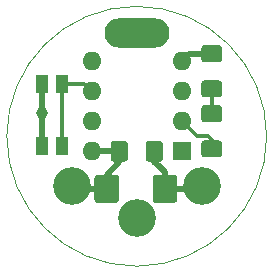
<source format=gbr>
G04 #@! TF.GenerationSoftware,KiCad,Pcbnew,(5.1.5)-3*
G04 #@! TF.CreationDate,2020-04-06T18:45:54+02:00*
G04 #@! TF.ProjectId,Capteur_Hall_I2C,43617074-6575-4725-9f48-616c6c5f4932,0.1*
G04 #@! TF.SameCoordinates,Original*
G04 #@! TF.FileFunction,Copper,L1,Top*
G04 #@! TF.FilePolarity,Positive*
%FSLAX46Y46*%
G04 Gerber Fmt 4.6, Leading zero omitted, Abs format (unit mm)*
G04 Created by KiCad (PCBNEW (5.1.5)-3) date 2020-04-06 18:45:54*
%MOMM*%
%LPD*%
G04 APERTURE LIST*
%ADD10C,0.050000*%
%ADD11O,5.500000X2.500000*%
%ADD12C,3.200000*%
%ADD13C,0.100000*%
%ADD14R,1.000000X1.550000*%
%ADD15R,1.600000X1.600000*%
%ADD16O,1.600000X1.600000*%
%ADD17C,1.000000*%
%ADD18C,0.500000*%
%ADD19C,0.310000*%
G04 APERTURE END LIST*
D10*
X163400000Y-102870000D02*
G75*
G03X163400000Y-102870000I-11000000J0D01*
G01*
D11*
X152400000Y-94107000D03*
D12*
X152400000Y-109760000D03*
X146900000Y-107060000D03*
X157900000Y-107060000D03*
G04 #@! TA.AperFunction,SMDPad,CuDef*
D13*
G36*
X150672004Y-106141204D02*
G01*
X150696273Y-106144804D01*
X150720071Y-106150765D01*
X150743171Y-106159030D01*
X150765349Y-106169520D01*
X150786393Y-106182133D01*
X150806098Y-106196747D01*
X150824277Y-106213223D01*
X150840753Y-106231402D01*
X150855367Y-106251107D01*
X150867980Y-106272151D01*
X150878470Y-106294329D01*
X150886735Y-106317429D01*
X150892696Y-106341227D01*
X150896296Y-106365496D01*
X150897500Y-106390000D01*
X150897500Y-108240000D01*
X150896296Y-108264504D01*
X150892696Y-108288773D01*
X150886735Y-108312571D01*
X150878470Y-108335671D01*
X150867980Y-108357849D01*
X150855367Y-108378893D01*
X150840753Y-108398598D01*
X150824277Y-108416777D01*
X150806098Y-108433253D01*
X150786393Y-108447867D01*
X150765349Y-108460480D01*
X150743171Y-108470970D01*
X150720071Y-108479235D01*
X150696273Y-108485196D01*
X150672004Y-108488796D01*
X150647500Y-108490000D01*
X149072500Y-108490000D01*
X149047996Y-108488796D01*
X149023727Y-108485196D01*
X148999929Y-108479235D01*
X148976829Y-108470970D01*
X148954651Y-108460480D01*
X148933607Y-108447867D01*
X148913902Y-108433253D01*
X148895723Y-108416777D01*
X148879247Y-108398598D01*
X148864633Y-108378893D01*
X148852020Y-108357849D01*
X148841530Y-108335671D01*
X148833265Y-108312571D01*
X148827304Y-108288773D01*
X148823704Y-108264504D01*
X148822500Y-108240000D01*
X148822500Y-106390000D01*
X148823704Y-106365496D01*
X148827304Y-106341227D01*
X148833265Y-106317429D01*
X148841530Y-106294329D01*
X148852020Y-106272151D01*
X148864633Y-106251107D01*
X148879247Y-106231402D01*
X148895723Y-106213223D01*
X148913902Y-106196747D01*
X148933607Y-106182133D01*
X148954651Y-106169520D01*
X148976829Y-106159030D01*
X148999929Y-106150765D01*
X149023727Y-106144804D01*
X149047996Y-106141204D01*
X149072500Y-106140000D01*
X150647500Y-106140000D01*
X150672004Y-106141204D01*
G37*
G04 #@! TD.AperFunction*
G04 #@! TA.AperFunction,SMDPad,CuDef*
G36*
X155597004Y-106141204D02*
G01*
X155621273Y-106144804D01*
X155645071Y-106150765D01*
X155668171Y-106159030D01*
X155690349Y-106169520D01*
X155711393Y-106182133D01*
X155731098Y-106196747D01*
X155749277Y-106213223D01*
X155765753Y-106231402D01*
X155780367Y-106251107D01*
X155792980Y-106272151D01*
X155803470Y-106294329D01*
X155811735Y-106317429D01*
X155817696Y-106341227D01*
X155821296Y-106365496D01*
X155822500Y-106390000D01*
X155822500Y-108240000D01*
X155821296Y-108264504D01*
X155817696Y-108288773D01*
X155811735Y-108312571D01*
X155803470Y-108335671D01*
X155792980Y-108357849D01*
X155780367Y-108378893D01*
X155765753Y-108398598D01*
X155749277Y-108416777D01*
X155731098Y-108433253D01*
X155711393Y-108447867D01*
X155690349Y-108460480D01*
X155668171Y-108470970D01*
X155645071Y-108479235D01*
X155621273Y-108485196D01*
X155597004Y-108488796D01*
X155572500Y-108490000D01*
X153997500Y-108490000D01*
X153972996Y-108488796D01*
X153948727Y-108485196D01*
X153924929Y-108479235D01*
X153901829Y-108470970D01*
X153879651Y-108460480D01*
X153858607Y-108447867D01*
X153838902Y-108433253D01*
X153820723Y-108416777D01*
X153804247Y-108398598D01*
X153789633Y-108378893D01*
X153777020Y-108357849D01*
X153766530Y-108335671D01*
X153758265Y-108312571D01*
X153752304Y-108288773D01*
X153748704Y-108264504D01*
X153747500Y-108240000D01*
X153747500Y-106390000D01*
X153748704Y-106365496D01*
X153752304Y-106341227D01*
X153758265Y-106317429D01*
X153766530Y-106294329D01*
X153777020Y-106272151D01*
X153789633Y-106251107D01*
X153804247Y-106231402D01*
X153820723Y-106213223D01*
X153838902Y-106196747D01*
X153858607Y-106182133D01*
X153879651Y-106169520D01*
X153901829Y-106159030D01*
X153924929Y-106150765D01*
X153948727Y-106144804D01*
X153972996Y-106141204D01*
X153997500Y-106140000D01*
X155572500Y-106140000D01*
X155597004Y-106141204D01*
G37*
G04 #@! TD.AperFunction*
D14*
X146050000Y-98425000D03*
X146050000Y-103675000D03*
X144350000Y-103675000D03*
X144350000Y-98425000D03*
D15*
X156210000Y-104140000D03*
D16*
X148590000Y-96520000D03*
X156210000Y-101600000D03*
X148590000Y-99060000D03*
X156210000Y-99060000D03*
X148590000Y-101600000D03*
X156210000Y-96520000D03*
X148590000Y-104140000D03*
G04 #@! TA.AperFunction,SMDPad,CuDef*
D13*
G36*
X151399504Y-103266204D02*
G01*
X151423773Y-103269804D01*
X151447571Y-103275765D01*
X151470671Y-103284030D01*
X151492849Y-103294520D01*
X151513893Y-103307133D01*
X151533598Y-103321747D01*
X151551777Y-103338223D01*
X151568253Y-103356402D01*
X151582867Y-103376107D01*
X151595480Y-103397151D01*
X151605970Y-103419329D01*
X151614235Y-103442429D01*
X151620196Y-103466227D01*
X151623796Y-103490496D01*
X151625000Y-103515000D01*
X151625000Y-104765000D01*
X151623796Y-104789504D01*
X151620196Y-104813773D01*
X151614235Y-104837571D01*
X151605970Y-104860671D01*
X151595480Y-104882849D01*
X151582867Y-104903893D01*
X151568253Y-104923598D01*
X151551777Y-104941777D01*
X151533598Y-104958253D01*
X151513893Y-104972867D01*
X151492849Y-104985480D01*
X151470671Y-104995970D01*
X151447571Y-105004235D01*
X151423773Y-105010196D01*
X151399504Y-105013796D01*
X151375000Y-105015000D01*
X150450000Y-105015000D01*
X150425496Y-105013796D01*
X150401227Y-105010196D01*
X150377429Y-105004235D01*
X150354329Y-104995970D01*
X150332151Y-104985480D01*
X150311107Y-104972867D01*
X150291402Y-104958253D01*
X150273223Y-104941777D01*
X150256747Y-104923598D01*
X150242133Y-104903893D01*
X150229520Y-104882849D01*
X150219030Y-104860671D01*
X150210765Y-104837571D01*
X150204804Y-104813773D01*
X150201204Y-104789504D01*
X150200000Y-104765000D01*
X150200000Y-103515000D01*
X150201204Y-103490496D01*
X150204804Y-103466227D01*
X150210765Y-103442429D01*
X150219030Y-103419329D01*
X150229520Y-103397151D01*
X150242133Y-103376107D01*
X150256747Y-103356402D01*
X150273223Y-103338223D01*
X150291402Y-103321747D01*
X150311107Y-103307133D01*
X150332151Y-103294520D01*
X150354329Y-103284030D01*
X150377429Y-103275765D01*
X150401227Y-103269804D01*
X150425496Y-103266204D01*
X150450000Y-103265000D01*
X151375000Y-103265000D01*
X151399504Y-103266204D01*
G37*
G04 #@! TD.AperFunction*
G04 #@! TA.AperFunction,SMDPad,CuDef*
G36*
X154374504Y-103266204D02*
G01*
X154398773Y-103269804D01*
X154422571Y-103275765D01*
X154445671Y-103284030D01*
X154467849Y-103294520D01*
X154488893Y-103307133D01*
X154508598Y-103321747D01*
X154526777Y-103338223D01*
X154543253Y-103356402D01*
X154557867Y-103376107D01*
X154570480Y-103397151D01*
X154580970Y-103419329D01*
X154589235Y-103442429D01*
X154595196Y-103466227D01*
X154598796Y-103490496D01*
X154600000Y-103515000D01*
X154600000Y-104765000D01*
X154598796Y-104789504D01*
X154595196Y-104813773D01*
X154589235Y-104837571D01*
X154580970Y-104860671D01*
X154570480Y-104882849D01*
X154557867Y-104903893D01*
X154543253Y-104923598D01*
X154526777Y-104941777D01*
X154508598Y-104958253D01*
X154488893Y-104972867D01*
X154467849Y-104985480D01*
X154445671Y-104995970D01*
X154422571Y-105004235D01*
X154398773Y-105010196D01*
X154374504Y-105013796D01*
X154350000Y-105015000D01*
X153425000Y-105015000D01*
X153400496Y-105013796D01*
X153376227Y-105010196D01*
X153352429Y-105004235D01*
X153329329Y-104995970D01*
X153307151Y-104985480D01*
X153286107Y-104972867D01*
X153266402Y-104958253D01*
X153248223Y-104941777D01*
X153231747Y-104923598D01*
X153217133Y-104903893D01*
X153204520Y-104882849D01*
X153194030Y-104860671D01*
X153185765Y-104837571D01*
X153179804Y-104813773D01*
X153176204Y-104789504D01*
X153175000Y-104765000D01*
X153175000Y-103515000D01*
X153176204Y-103490496D01*
X153179804Y-103466227D01*
X153185765Y-103442429D01*
X153194030Y-103419329D01*
X153204520Y-103397151D01*
X153217133Y-103376107D01*
X153231747Y-103356402D01*
X153248223Y-103338223D01*
X153266402Y-103321747D01*
X153286107Y-103307133D01*
X153307151Y-103294520D01*
X153329329Y-103284030D01*
X153352429Y-103275765D01*
X153376227Y-103269804D01*
X153400496Y-103266204D01*
X153425000Y-103265000D01*
X154350000Y-103265000D01*
X154374504Y-103266204D01*
G37*
G04 #@! TD.AperFunction*
G04 #@! TA.AperFunction,SMDPad,CuDef*
G36*
X159399504Y-100253704D02*
G01*
X159423773Y-100257304D01*
X159447571Y-100263265D01*
X159470671Y-100271530D01*
X159492849Y-100282020D01*
X159513893Y-100294633D01*
X159533598Y-100309247D01*
X159551777Y-100325723D01*
X159568253Y-100343902D01*
X159582867Y-100363607D01*
X159595480Y-100384651D01*
X159605970Y-100406829D01*
X159614235Y-100429929D01*
X159620196Y-100453727D01*
X159623796Y-100477996D01*
X159625000Y-100502500D01*
X159625000Y-101427500D01*
X159623796Y-101452004D01*
X159620196Y-101476273D01*
X159614235Y-101500071D01*
X159605970Y-101523171D01*
X159595480Y-101545349D01*
X159582867Y-101566393D01*
X159568253Y-101586098D01*
X159551777Y-101604277D01*
X159533598Y-101620753D01*
X159513893Y-101635367D01*
X159492849Y-101647980D01*
X159470671Y-101658470D01*
X159447571Y-101666735D01*
X159423773Y-101672696D01*
X159399504Y-101676296D01*
X159375000Y-101677500D01*
X158125000Y-101677500D01*
X158100496Y-101676296D01*
X158076227Y-101672696D01*
X158052429Y-101666735D01*
X158029329Y-101658470D01*
X158007151Y-101647980D01*
X157986107Y-101635367D01*
X157966402Y-101620753D01*
X157948223Y-101604277D01*
X157931747Y-101586098D01*
X157917133Y-101566393D01*
X157904520Y-101545349D01*
X157894030Y-101523171D01*
X157885765Y-101500071D01*
X157879804Y-101476273D01*
X157876204Y-101452004D01*
X157875000Y-101427500D01*
X157875000Y-100502500D01*
X157876204Y-100477996D01*
X157879804Y-100453727D01*
X157885765Y-100429929D01*
X157894030Y-100406829D01*
X157904520Y-100384651D01*
X157917133Y-100363607D01*
X157931747Y-100343902D01*
X157948223Y-100325723D01*
X157966402Y-100309247D01*
X157986107Y-100294633D01*
X158007151Y-100282020D01*
X158029329Y-100271530D01*
X158052429Y-100263265D01*
X158076227Y-100257304D01*
X158100496Y-100253704D01*
X158125000Y-100252500D01*
X159375000Y-100252500D01*
X159399504Y-100253704D01*
G37*
G04 #@! TD.AperFunction*
G04 #@! TA.AperFunction,SMDPad,CuDef*
G36*
X159399504Y-103228704D02*
G01*
X159423773Y-103232304D01*
X159447571Y-103238265D01*
X159470671Y-103246530D01*
X159492849Y-103257020D01*
X159513893Y-103269633D01*
X159533598Y-103284247D01*
X159551777Y-103300723D01*
X159568253Y-103318902D01*
X159582867Y-103338607D01*
X159595480Y-103359651D01*
X159605970Y-103381829D01*
X159614235Y-103404929D01*
X159620196Y-103428727D01*
X159623796Y-103452996D01*
X159625000Y-103477500D01*
X159625000Y-104402500D01*
X159623796Y-104427004D01*
X159620196Y-104451273D01*
X159614235Y-104475071D01*
X159605970Y-104498171D01*
X159595480Y-104520349D01*
X159582867Y-104541393D01*
X159568253Y-104561098D01*
X159551777Y-104579277D01*
X159533598Y-104595753D01*
X159513893Y-104610367D01*
X159492849Y-104622980D01*
X159470671Y-104633470D01*
X159447571Y-104641735D01*
X159423773Y-104647696D01*
X159399504Y-104651296D01*
X159375000Y-104652500D01*
X158125000Y-104652500D01*
X158100496Y-104651296D01*
X158076227Y-104647696D01*
X158052429Y-104641735D01*
X158029329Y-104633470D01*
X158007151Y-104622980D01*
X157986107Y-104610367D01*
X157966402Y-104595753D01*
X157948223Y-104579277D01*
X157931747Y-104561098D01*
X157917133Y-104541393D01*
X157904520Y-104520349D01*
X157894030Y-104498171D01*
X157885765Y-104475071D01*
X157879804Y-104451273D01*
X157876204Y-104427004D01*
X157875000Y-104402500D01*
X157875000Y-103477500D01*
X157876204Y-103452996D01*
X157879804Y-103428727D01*
X157885765Y-103404929D01*
X157894030Y-103381829D01*
X157904520Y-103359651D01*
X157917133Y-103338607D01*
X157931747Y-103318902D01*
X157948223Y-103300723D01*
X157966402Y-103284247D01*
X157986107Y-103269633D01*
X158007151Y-103257020D01*
X158029329Y-103246530D01*
X158052429Y-103238265D01*
X158076227Y-103232304D01*
X158100496Y-103228704D01*
X158125000Y-103227500D01*
X159375000Y-103227500D01*
X159399504Y-103228704D01*
G37*
G04 #@! TD.AperFunction*
G04 #@! TA.AperFunction,SMDPad,CuDef*
G36*
X159399504Y-98148704D02*
G01*
X159423773Y-98152304D01*
X159447571Y-98158265D01*
X159470671Y-98166530D01*
X159492849Y-98177020D01*
X159513893Y-98189633D01*
X159533598Y-98204247D01*
X159551777Y-98220723D01*
X159568253Y-98238902D01*
X159582867Y-98258607D01*
X159595480Y-98279651D01*
X159605970Y-98301829D01*
X159614235Y-98324929D01*
X159620196Y-98348727D01*
X159623796Y-98372996D01*
X159625000Y-98397500D01*
X159625000Y-99322500D01*
X159623796Y-99347004D01*
X159620196Y-99371273D01*
X159614235Y-99395071D01*
X159605970Y-99418171D01*
X159595480Y-99440349D01*
X159582867Y-99461393D01*
X159568253Y-99481098D01*
X159551777Y-99499277D01*
X159533598Y-99515753D01*
X159513893Y-99530367D01*
X159492849Y-99542980D01*
X159470671Y-99553470D01*
X159447571Y-99561735D01*
X159423773Y-99567696D01*
X159399504Y-99571296D01*
X159375000Y-99572500D01*
X158125000Y-99572500D01*
X158100496Y-99571296D01*
X158076227Y-99567696D01*
X158052429Y-99561735D01*
X158029329Y-99553470D01*
X158007151Y-99542980D01*
X157986107Y-99530367D01*
X157966402Y-99515753D01*
X157948223Y-99499277D01*
X157931747Y-99481098D01*
X157917133Y-99461393D01*
X157904520Y-99440349D01*
X157894030Y-99418171D01*
X157885765Y-99395071D01*
X157879804Y-99371273D01*
X157876204Y-99347004D01*
X157875000Y-99322500D01*
X157875000Y-98397500D01*
X157876204Y-98372996D01*
X157879804Y-98348727D01*
X157885765Y-98324929D01*
X157894030Y-98301829D01*
X157904520Y-98279651D01*
X157917133Y-98258607D01*
X157931747Y-98238902D01*
X157948223Y-98220723D01*
X157966402Y-98204247D01*
X157986107Y-98189633D01*
X158007151Y-98177020D01*
X158029329Y-98166530D01*
X158052429Y-98158265D01*
X158076227Y-98152304D01*
X158100496Y-98148704D01*
X158125000Y-98147500D01*
X159375000Y-98147500D01*
X159399504Y-98148704D01*
G37*
G04 #@! TD.AperFunction*
G04 #@! TA.AperFunction,SMDPad,CuDef*
G36*
X159399504Y-95173704D02*
G01*
X159423773Y-95177304D01*
X159447571Y-95183265D01*
X159470671Y-95191530D01*
X159492849Y-95202020D01*
X159513893Y-95214633D01*
X159533598Y-95229247D01*
X159551777Y-95245723D01*
X159568253Y-95263902D01*
X159582867Y-95283607D01*
X159595480Y-95304651D01*
X159605970Y-95326829D01*
X159614235Y-95349929D01*
X159620196Y-95373727D01*
X159623796Y-95397996D01*
X159625000Y-95422500D01*
X159625000Y-96347500D01*
X159623796Y-96372004D01*
X159620196Y-96396273D01*
X159614235Y-96420071D01*
X159605970Y-96443171D01*
X159595480Y-96465349D01*
X159582867Y-96486393D01*
X159568253Y-96506098D01*
X159551777Y-96524277D01*
X159533598Y-96540753D01*
X159513893Y-96555367D01*
X159492849Y-96567980D01*
X159470671Y-96578470D01*
X159447571Y-96586735D01*
X159423773Y-96592696D01*
X159399504Y-96596296D01*
X159375000Y-96597500D01*
X158125000Y-96597500D01*
X158100496Y-96596296D01*
X158076227Y-96592696D01*
X158052429Y-96586735D01*
X158029329Y-96578470D01*
X158007151Y-96567980D01*
X157986107Y-96555367D01*
X157966402Y-96540753D01*
X157948223Y-96524277D01*
X157931747Y-96506098D01*
X157917133Y-96486393D01*
X157904520Y-96465349D01*
X157894030Y-96443171D01*
X157885765Y-96420071D01*
X157879804Y-96396273D01*
X157876204Y-96372004D01*
X157875000Y-96347500D01*
X157875000Y-95422500D01*
X157876204Y-95397996D01*
X157879804Y-95373727D01*
X157885765Y-95349929D01*
X157894030Y-95326829D01*
X157904520Y-95304651D01*
X157917133Y-95283607D01*
X157931747Y-95263902D01*
X157948223Y-95245723D01*
X157966402Y-95229247D01*
X157986107Y-95214633D01*
X158007151Y-95202020D01*
X158029329Y-95191530D01*
X158052429Y-95183265D01*
X158076227Y-95177304D01*
X158100496Y-95173704D01*
X158125000Y-95172500D01*
X159375000Y-95172500D01*
X159399504Y-95173704D01*
G37*
G04 #@! TD.AperFunction*
D17*
X144350000Y-100916000D03*
D18*
X147155000Y-107315000D02*
X146900000Y-107060000D01*
X149860000Y-107315000D02*
X147155000Y-107315000D01*
X150912500Y-105087500D02*
X150912500Y-104140000D01*
X149860000Y-107315000D02*
X149860000Y-106140000D01*
X149860000Y-106140000D02*
X150912500Y-105087500D01*
X150912500Y-104140000D02*
X148590000Y-104140000D01*
X156845000Y-95885000D02*
X156210000Y-96520000D01*
X158750000Y-95885000D02*
X156845000Y-95885000D01*
X157645000Y-107315000D02*
X157900000Y-107060000D01*
X154785000Y-107315000D02*
X157645000Y-107315000D01*
X154785000Y-107315000D02*
X154785000Y-105890000D01*
X154785000Y-105890000D02*
X154305000Y-105410000D01*
X153887500Y-105015000D02*
X153887500Y-104140000D01*
X154282500Y-105410000D02*
X153887500Y-105015000D01*
X154305000Y-105410000D02*
X154282500Y-105410000D01*
X144350000Y-103675000D02*
X144350000Y-102400000D01*
X144350000Y-100887000D02*
X144399000Y-100838000D01*
X144350000Y-100916000D02*
X144350000Y-98425000D01*
X144350000Y-102400000D02*
X144350000Y-100916000D01*
X144350000Y-100887000D02*
X144350000Y-100916000D01*
D19*
X158750000Y-100965000D02*
X158750000Y-98860000D01*
X159027500Y-104140000D02*
X159385000Y-104497500D01*
X158750000Y-103227500D02*
X158392500Y-102870000D01*
X158750000Y-103940000D02*
X158750000Y-103227500D01*
X157480000Y-102870000D02*
X156210000Y-101600000D01*
X158392500Y-102870000D02*
X157480000Y-102870000D01*
X146050000Y-103675000D02*
X146050000Y-98425000D01*
X147955000Y-98425000D02*
X148590000Y-99060000D01*
X146050000Y-98425000D02*
X147955000Y-98425000D01*
M02*

</source>
